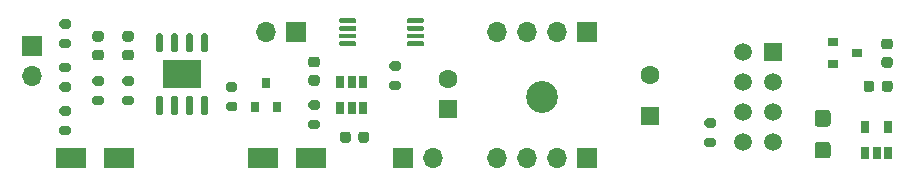
<source format=gts>
%TF.GenerationSoftware,KiCad,Pcbnew,5.1.8-5.1.8*%
%TF.CreationDate,2022-10-01T18:22:25+01:00*%
%TF.ProjectId,ESPower,4553506f-7765-4722-9e6b-696361645f70,rev?*%
%TF.SameCoordinates,Original*%
%TF.FileFunction,Soldermask,Top*%
%TF.FilePolarity,Negative*%
%FSLAX46Y46*%
G04 Gerber Fmt 4.6, Leading zero omitted, Abs format (unit mm)*
G04 Created by KiCad (PCBNEW 5.1.8-5.1.8) date 2022-10-01 18:22:25*
%MOMM*%
%LPD*%
G01*
G04 APERTURE LIST*
%ADD10R,2.500000X1.800000*%
%ADD11C,2.700000*%
%ADD12C,1.500000*%
%ADD13R,1.500000X1.500000*%
%ADD14R,0.900000X0.800000*%
%ADD15R,0.650000X1.060000*%
%ADD16R,3.200000X2.400000*%
%ADD17R,0.800000X0.900000*%
%ADD18R,1.700000X1.700000*%
%ADD19O,1.700000X1.700000*%
%ADD20C,1.600000*%
%ADD21R,1.600000X1.600000*%
G04 APERTURE END LIST*
D10*
X103664000Y-106807000D03*
X107664000Y-106807000D03*
X87408000Y-106807000D03*
X91408000Y-106807000D03*
D11*
X127254000Y-101600000D03*
G36*
G01*
X87143000Y-99524000D02*
X86593000Y-99524000D01*
G75*
G02*
X86393000Y-99324000I0J200000D01*
G01*
X86393000Y-98924000D01*
G75*
G02*
X86593000Y-98724000I200000J0D01*
G01*
X87143000Y-98724000D01*
G75*
G02*
X87343000Y-98924000I0J-200000D01*
G01*
X87343000Y-99324000D01*
G75*
G02*
X87143000Y-99524000I-200000J0D01*
G01*
G37*
G36*
G01*
X87143000Y-101174000D02*
X86593000Y-101174000D01*
G75*
G02*
X86393000Y-100974000I0J200000D01*
G01*
X86393000Y-100574000D01*
G75*
G02*
X86593000Y-100374000I200000J0D01*
G01*
X87143000Y-100374000D01*
G75*
G02*
X87343000Y-100574000I0J-200000D01*
G01*
X87343000Y-100974000D01*
G75*
G02*
X87143000Y-101174000I-200000J0D01*
G01*
G37*
D12*
X144272000Y-105410000D03*
X144272000Y-102870000D03*
X144272000Y-100330000D03*
X144272000Y-97790000D03*
D13*
X146812000Y-97790000D03*
D12*
X146812000Y-100330000D03*
X146812000Y-102870000D03*
X146812000Y-105410000D03*
D14*
X153908000Y-97917000D03*
X151908000Y-98867000D03*
X151908000Y-96967000D03*
D15*
X154625000Y-104183000D03*
X156525000Y-104183000D03*
X156525000Y-106383000D03*
X155575000Y-106383000D03*
X154625000Y-106383000D03*
X111125000Y-102573000D03*
X112075000Y-102573000D03*
X110175000Y-102573000D03*
X110175000Y-100373000D03*
X111125000Y-100373000D03*
X112075000Y-100373000D03*
D16*
X96774000Y-99695000D03*
G36*
G01*
X95019000Y-97845000D02*
X94719000Y-97845000D01*
G75*
G02*
X94569000Y-97695000I0J150000D01*
G01*
X94569000Y-96395000D01*
G75*
G02*
X94719000Y-96245000I150000J0D01*
G01*
X95019000Y-96245000D01*
G75*
G02*
X95169000Y-96395000I0J-150000D01*
G01*
X95169000Y-97695000D01*
G75*
G02*
X95019000Y-97845000I-150000J0D01*
G01*
G37*
G36*
G01*
X96289000Y-97845000D02*
X95989000Y-97845000D01*
G75*
G02*
X95839000Y-97695000I0J150000D01*
G01*
X95839000Y-96395000D01*
G75*
G02*
X95989000Y-96245000I150000J0D01*
G01*
X96289000Y-96245000D01*
G75*
G02*
X96439000Y-96395000I0J-150000D01*
G01*
X96439000Y-97695000D01*
G75*
G02*
X96289000Y-97845000I-150000J0D01*
G01*
G37*
G36*
G01*
X97559000Y-97845000D02*
X97259000Y-97845000D01*
G75*
G02*
X97109000Y-97695000I0J150000D01*
G01*
X97109000Y-96395000D01*
G75*
G02*
X97259000Y-96245000I150000J0D01*
G01*
X97559000Y-96245000D01*
G75*
G02*
X97709000Y-96395000I0J-150000D01*
G01*
X97709000Y-97695000D01*
G75*
G02*
X97559000Y-97845000I-150000J0D01*
G01*
G37*
G36*
G01*
X98829000Y-97845000D02*
X98529000Y-97845000D01*
G75*
G02*
X98379000Y-97695000I0J150000D01*
G01*
X98379000Y-96395000D01*
G75*
G02*
X98529000Y-96245000I150000J0D01*
G01*
X98829000Y-96245000D01*
G75*
G02*
X98979000Y-96395000I0J-150000D01*
G01*
X98979000Y-97695000D01*
G75*
G02*
X98829000Y-97845000I-150000J0D01*
G01*
G37*
G36*
G01*
X98829000Y-103145000D02*
X98529000Y-103145000D01*
G75*
G02*
X98379000Y-102995000I0J150000D01*
G01*
X98379000Y-101695000D01*
G75*
G02*
X98529000Y-101545000I150000J0D01*
G01*
X98829000Y-101545000D01*
G75*
G02*
X98979000Y-101695000I0J-150000D01*
G01*
X98979000Y-102995000D01*
G75*
G02*
X98829000Y-103145000I-150000J0D01*
G01*
G37*
G36*
G01*
X97559000Y-103145000D02*
X97259000Y-103145000D01*
G75*
G02*
X97109000Y-102995000I0J150000D01*
G01*
X97109000Y-101695000D01*
G75*
G02*
X97259000Y-101545000I150000J0D01*
G01*
X97559000Y-101545000D01*
G75*
G02*
X97709000Y-101695000I0J-150000D01*
G01*
X97709000Y-102995000D01*
G75*
G02*
X97559000Y-103145000I-150000J0D01*
G01*
G37*
G36*
G01*
X96289000Y-103145000D02*
X95989000Y-103145000D01*
G75*
G02*
X95839000Y-102995000I0J150000D01*
G01*
X95839000Y-101695000D01*
G75*
G02*
X95989000Y-101545000I150000J0D01*
G01*
X96289000Y-101545000D01*
G75*
G02*
X96439000Y-101695000I0J-150000D01*
G01*
X96439000Y-102995000D01*
G75*
G02*
X96289000Y-103145000I-150000J0D01*
G01*
G37*
G36*
G01*
X95019000Y-103145000D02*
X94719000Y-103145000D01*
G75*
G02*
X94569000Y-102995000I0J150000D01*
G01*
X94569000Y-101695000D01*
G75*
G02*
X94719000Y-101545000I150000J0D01*
G01*
X95019000Y-101545000D01*
G75*
G02*
X95169000Y-101695000I0J-150000D01*
G01*
X95169000Y-102995000D01*
G75*
G02*
X95019000Y-103145000I-150000J0D01*
G01*
G37*
G36*
G01*
X141753000Y-104223000D02*
X141203000Y-104223000D01*
G75*
G02*
X141003000Y-104023000I0J200000D01*
G01*
X141003000Y-103623000D01*
G75*
G02*
X141203000Y-103423000I200000J0D01*
G01*
X141753000Y-103423000D01*
G75*
G02*
X141953000Y-103623000I0J-200000D01*
G01*
X141953000Y-104023000D01*
G75*
G02*
X141753000Y-104223000I-200000J0D01*
G01*
G37*
G36*
G01*
X141753000Y-105873000D02*
X141203000Y-105873000D01*
G75*
G02*
X141003000Y-105673000I0J200000D01*
G01*
X141003000Y-105273000D01*
G75*
G02*
X141203000Y-105073000I200000J0D01*
G01*
X141753000Y-105073000D01*
G75*
G02*
X141953000Y-105273000I0J-200000D01*
G01*
X141953000Y-105673000D01*
G75*
G02*
X141753000Y-105873000I-200000J0D01*
G01*
G37*
G36*
G01*
X107675000Y-103549000D02*
X108225000Y-103549000D01*
G75*
G02*
X108425000Y-103749000I0J-200000D01*
G01*
X108425000Y-104149000D01*
G75*
G02*
X108225000Y-104349000I-200000J0D01*
G01*
X107675000Y-104349000D01*
G75*
G02*
X107475000Y-104149000I0J200000D01*
G01*
X107475000Y-103749000D01*
G75*
G02*
X107675000Y-103549000I200000J0D01*
G01*
G37*
G36*
G01*
X107675000Y-101899000D02*
X108225000Y-101899000D01*
G75*
G02*
X108425000Y-102099000I0J-200000D01*
G01*
X108425000Y-102499000D01*
G75*
G02*
X108225000Y-102699000I-200000J0D01*
G01*
X107675000Y-102699000D01*
G75*
G02*
X107475000Y-102499000I0J200000D01*
G01*
X107475000Y-102099000D01*
G75*
G02*
X107675000Y-101899000I200000J0D01*
G01*
G37*
G36*
G01*
X87143000Y-95841000D02*
X86593000Y-95841000D01*
G75*
G02*
X86393000Y-95641000I0J200000D01*
G01*
X86393000Y-95241000D01*
G75*
G02*
X86593000Y-95041000I200000J0D01*
G01*
X87143000Y-95041000D01*
G75*
G02*
X87343000Y-95241000I0J-200000D01*
G01*
X87343000Y-95641000D01*
G75*
G02*
X87143000Y-95841000I-200000J0D01*
G01*
G37*
G36*
G01*
X87143000Y-97491000D02*
X86593000Y-97491000D01*
G75*
G02*
X86393000Y-97291000I0J200000D01*
G01*
X86393000Y-96891000D01*
G75*
G02*
X86593000Y-96691000I200000J0D01*
G01*
X87143000Y-96691000D01*
G75*
G02*
X87343000Y-96891000I0J-200000D01*
G01*
X87343000Y-97291000D01*
G75*
G02*
X87143000Y-97491000I-200000J0D01*
G01*
G37*
G36*
G01*
X87143000Y-103207000D02*
X86593000Y-103207000D01*
G75*
G02*
X86393000Y-103007000I0J200000D01*
G01*
X86393000Y-102607000D01*
G75*
G02*
X86593000Y-102407000I200000J0D01*
G01*
X87143000Y-102407000D01*
G75*
G02*
X87343000Y-102607000I0J-200000D01*
G01*
X87343000Y-103007000D01*
G75*
G02*
X87143000Y-103207000I-200000J0D01*
G01*
G37*
G36*
G01*
X87143000Y-104857000D02*
X86593000Y-104857000D01*
G75*
G02*
X86393000Y-104657000I0J200000D01*
G01*
X86393000Y-104257000D01*
G75*
G02*
X86593000Y-104057000I200000J0D01*
G01*
X87143000Y-104057000D01*
G75*
G02*
X87343000Y-104257000I0J-200000D01*
G01*
X87343000Y-104657000D01*
G75*
G02*
X87143000Y-104857000I-200000J0D01*
G01*
G37*
G36*
G01*
X92477000Y-100667000D02*
X91927000Y-100667000D01*
G75*
G02*
X91727000Y-100467000I0J200000D01*
G01*
X91727000Y-100067000D01*
G75*
G02*
X91927000Y-99867000I200000J0D01*
G01*
X92477000Y-99867000D01*
G75*
G02*
X92677000Y-100067000I0J-200000D01*
G01*
X92677000Y-100467000D01*
G75*
G02*
X92477000Y-100667000I-200000J0D01*
G01*
G37*
G36*
G01*
X92477000Y-102317000D02*
X91927000Y-102317000D01*
G75*
G02*
X91727000Y-102117000I0J200000D01*
G01*
X91727000Y-101717000D01*
G75*
G02*
X91927000Y-101517000I200000J0D01*
G01*
X92477000Y-101517000D01*
G75*
G02*
X92677000Y-101717000I0J-200000D01*
G01*
X92677000Y-102117000D01*
G75*
G02*
X92477000Y-102317000I-200000J0D01*
G01*
G37*
G36*
G01*
X89937000Y-100667000D02*
X89387000Y-100667000D01*
G75*
G02*
X89187000Y-100467000I0J200000D01*
G01*
X89187000Y-100067000D01*
G75*
G02*
X89387000Y-99867000I200000J0D01*
G01*
X89937000Y-99867000D01*
G75*
G02*
X90137000Y-100067000I0J-200000D01*
G01*
X90137000Y-100467000D01*
G75*
G02*
X89937000Y-100667000I-200000J0D01*
G01*
G37*
G36*
G01*
X89937000Y-102317000D02*
X89387000Y-102317000D01*
G75*
G02*
X89187000Y-102117000I0J200000D01*
G01*
X89187000Y-101717000D01*
G75*
G02*
X89387000Y-101517000I200000J0D01*
G01*
X89937000Y-101517000D01*
G75*
G02*
X90137000Y-101717000I0J-200000D01*
G01*
X90137000Y-102117000D01*
G75*
G02*
X89937000Y-102317000I-200000J0D01*
G01*
G37*
G36*
G01*
X114533000Y-100247000D02*
X115083000Y-100247000D01*
G75*
G02*
X115283000Y-100447000I0J-200000D01*
G01*
X115283000Y-100847000D01*
G75*
G02*
X115083000Y-101047000I-200000J0D01*
G01*
X114533000Y-101047000D01*
G75*
G02*
X114333000Y-100847000I0J200000D01*
G01*
X114333000Y-100447000D01*
G75*
G02*
X114533000Y-100247000I200000J0D01*
G01*
G37*
G36*
G01*
X114533000Y-98597000D02*
X115083000Y-98597000D01*
G75*
G02*
X115283000Y-98797000I0J-200000D01*
G01*
X115283000Y-99197000D01*
G75*
G02*
X115083000Y-99397000I-200000J0D01*
G01*
X114533000Y-99397000D01*
G75*
G02*
X114333000Y-99197000I0J200000D01*
G01*
X114333000Y-98797000D01*
G75*
G02*
X114533000Y-98597000I200000J0D01*
G01*
G37*
G36*
G01*
X101240000Y-101175000D02*
X100690000Y-101175000D01*
G75*
G02*
X100490000Y-100975000I0J200000D01*
G01*
X100490000Y-100575000D01*
G75*
G02*
X100690000Y-100375000I200000J0D01*
G01*
X101240000Y-100375000D01*
G75*
G02*
X101440000Y-100575000I0J-200000D01*
G01*
X101440000Y-100975000D01*
G75*
G02*
X101240000Y-101175000I-200000J0D01*
G01*
G37*
G36*
G01*
X101240000Y-102825000D02*
X100690000Y-102825000D01*
G75*
G02*
X100490000Y-102625000I0J200000D01*
G01*
X100490000Y-102225000D01*
G75*
G02*
X100690000Y-102025000I200000J0D01*
G01*
X101240000Y-102025000D01*
G75*
G02*
X101440000Y-102225000I0J-200000D01*
G01*
X101440000Y-102625000D01*
G75*
G02*
X101240000Y-102825000I-200000J0D01*
G01*
G37*
G36*
G01*
X115790000Y-95264000D02*
X115790000Y-95064000D01*
G75*
G02*
X115890000Y-94964000I100000J0D01*
G01*
X117165000Y-94964000D01*
G75*
G02*
X117265000Y-95064000I0J-100000D01*
G01*
X117265000Y-95264000D01*
G75*
G02*
X117165000Y-95364000I-100000J0D01*
G01*
X115890000Y-95364000D01*
G75*
G02*
X115790000Y-95264000I0J100000D01*
G01*
G37*
G36*
G01*
X115790000Y-95914000D02*
X115790000Y-95714000D01*
G75*
G02*
X115890000Y-95614000I100000J0D01*
G01*
X117165000Y-95614000D01*
G75*
G02*
X117265000Y-95714000I0J-100000D01*
G01*
X117265000Y-95914000D01*
G75*
G02*
X117165000Y-96014000I-100000J0D01*
G01*
X115890000Y-96014000D01*
G75*
G02*
X115790000Y-95914000I0J100000D01*
G01*
G37*
G36*
G01*
X115790000Y-96564000D02*
X115790000Y-96364000D01*
G75*
G02*
X115890000Y-96264000I100000J0D01*
G01*
X117165000Y-96264000D01*
G75*
G02*
X117265000Y-96364000I0J-100000D01*
G01*
X117265000Y-96564000D01*
G75*
G02*
X117165000Y-96664000I-100000J0D01*
G01*
X115890000Y-96664000D01*
G75*
G02*
X115790000Y-96564000I0J100000D01*
G01*
G37*
G36*
G01*
X115790000Y-97214000D02*
X115790000Y-97014000D01*
G75*
G02*
X115890000Y-96914000I100000J0D01*
G01*
X117165000Y-96914000D01*
G75*
G02*
X117265000Y-97014000I0J-100000D01*
G01*
X117265000Y-97214000D01*
G75*
G02*
X117165000Y-97314000I-100000J0D01*
G01*
X115890000Y-97314000D01*
G75*
G02*
X115790000Y-97214000I0J100000D01*
G01*
G37*
G36*
G01*
X110065000Y-97214000D02*
X110065000Y-97014000D01*
G75*
G02*
X110165000Y-96914000I100000J0D01*
G01*
X111440000Y-96914000D01*
G75*
G02*
X111540000Y-97014000I0J-100000D01*
G01*
X111540000Y-97214000D01*
G75*
G02*
X111440000Y-97314000I-100000J0D01*
G01*
X110165000Y-97314000D01*
G75*
G02*
X110065000Y-97214000I0J100000D01*
G01*
G37*
G36*
G01*
X110065000Y-96564000D02*
X110065000Y-96364000D01*
G75*
G02*
X110165000Y-96264000I100000J0D01*
G01*
X111440000Y-96264000D01*
G75*
G02*
X111540000Y-96364000I0J-100000D01*
G01*
X111540000Y-96564000D01*
G75*
G02*
X111440000Y-96664000I-100000J0D01*
G01*
X110165000Y-96664000D01*
G75*
G02*
X110065000Y-96564000I0J100000D01*
G01*
G37*
G36*
G01*
X110065000Y-95914000D02*
X110065000Y-95714000D01*
G75*
G02*
X110165000Y-95614000I100000J0D01*
G01*
X111440000Y-95614000D01*
G75*
G02*
X111540000Y-95714000I0J-100000D01*
G01*
X111540000Y-95914000D01*
G75*
G02*
X111440000Y-96014000I-100000J0D01*
G01*
X110165000Y-96014000D01*
G75*
G02*
X110065000Y-95914000I0J100000D01*
G01*
G37*
G36*
G01*
X110065000Y-95264000D02*
X110065000Y-95064000D01*
G75*
G02*
X110165000Y-94964000I100000J0D01*
G01*
X111440000Y-94964000D01*
G75*
G02*
X111540000Y-95064000I0J-100000D01*
G01*
X111540000Y-95264000D01*
G75*
G02*
X111440000Y-95364000I-100000J0D01*
G01*
X110165000Y-95364000D01*
G75*
G02*
X110065000Y-95264000I0J100000D01*
G01*
G37*
D17*
X103886000Y-100473000D03*
X104836000Y-102473000D03*
X102936000Y-102473000D03*
D18*
X131064000Y-96139000D03*
D19*
X128524000Y-96139000D03*
X125984000Y-96139000D03*
X123444000Y-96139000D03*
D18*
X106401000Y-96139000D03*
D19*
X103861000Y-96139000D03*
D18*
X131039000Y-106807000D03*
D19*
X128499000Y-106807000D03*
X125959000Y-106807000D03*
X123419000Y-106807000D03*
D18*
X115443000Y-106807000D03*
D19*
X117983000Y-106807000D03*
X84074000Y-99822000D03*
D18*
X84074000Y-97282000D03*
G36*
G01*
X91945750Y-97632000D02*
X92458250Y-97632000D01*
G75*
G02*
X92677000Y-97850750I0J-218750D01*
G01*
X92677000Y-98288250D01*
G75*
G02*
X92458250Y-98507000I-218750J0D01*
G01*
X91945750Y-98507000D01*
G75*
G02*
X91727000Y-98288250I0J218750D01*
G01*
X91727000Y-97850750D01*
G75*
G02*
X91945750Y-97632000I218750J0D01*
G01*
G37*
G36*
G01*
X91945750Y-96057000D02*
X92458250Y-96057000D01*
G75*
G02*
X92677000Y-96275750I0J-218750D01*
G01*
X92677000Y-96713250D01*
G75*
G02*
X92458250Y-96932000I-218750J0D01*
G01*
X91945750Y-96932000D01*
G75*
G02*
X91727000Y-96713250I0J218750D01*
G01*
X91727000Y-96275750D01*
G75*
G02*
X91945750Y-96057000I218750J0D01*
G01*
G37*
G36*
G01*
X89405750Y-97632000D02*
X89918250Y-97632000D01*
G75*
G02*
X90137000Y-97850750I0J-218750D01*
G01*
X90137000Y-98288250D01*
G75*
G02*
X89918250Y-98507000I-218750J0D01*
G01*
X89405750Y-98507000D01*
G75*
G02*
X89187000Y-98288250I0J218750D01*
G01*
X89187000Y-97850750D01*
G75*
G02*
X89405750Y-97632000I218750J0D01*
G01*
G37*
G36*
G01*
X89405750Y-96057000D02*
X89918250Y-96057000D01*
G75*
G02*
X90137000Y-96275750I0J-218750D01*
G01*
X90137000Y-96713250D01*
G75*
G02*
X89918250Y-96932000I-218750J0D01*
G01*
X89405750Y-96932000D01*
G75*
G02*
X89187000Y-96713250I0J218750D01*
G01*
X89187000Y-96275750D01*
G75*
G02*
X89405750Y-96057000I218750J0D01*
G01*
G37*
D20*
X136398000Y-99751000D03*
D21*
X136398000Y-103251000D03*
G36*
G01*
X156714000Y-97592000D02*
X156214000Y-97592000D01*
G75*
G02*
X155989000Y-97367000I0J225000D01*
G01*
X155989000Y-96917000D01*
G75*
G02*
X156214000Y-96692000I225000J0D01*
G01*
X156714000Y-96692000D01*
G75*
G02*
X156939000Y-96917000I0J-225000D01*
G01*
X156939000Y-97367000D01*
G75*
G02*
X156714000Y-97592000I-225000J0D01*
G01*
G37*
G36*
G01*
X156714000Y-99142000D02*
X156214000Y-99142000D01*
G75*
G02*
X155989000Y-98917000I0J225000D01*
G01*
X155989000Y-98467000D01*
G75*
G02*
X156214000Y-98242000I225000J0D01*
G01*
X156714000Y-98242000D01*
G75*
G02*
X156939000Y-98467000I0J-225000D01*
G01*
X156939000Y-98917000D01*
G75*
G02*
X156714000Y-99142000I-225000J0D01*
G01*
G37*
G36*
G01*
X108200000Y-99116000D02*
X107700000Y-99116000D01*
G75*
G02*
X107475000Y-98891000I0J225000D01*
G01*
X107475000Y-98441000D01*
G75*
G02*
X107700000Y-98216000I225000J0D01*
G01*
X108200000Y-98216000D01*
G75*
G02*
X108425000Y-98441000I0J-225000D01*
G01*
X108425000Y-98891000D01*
G75*
G02*
X108200000Y-99116000I-225000J0D01*
G01*
G37*
G36*
G01*
X108200000Y-100666000D02*
X107700000Y-100666000D01*
G75*
G02*
X107475000Y-100441000I0J225000D01*
G01*
X107475000Y-99991000D01*
G75*
G02*
X107700000Y-99766000I225000J0D01*
G01*
X108200000Y-99766000D01*
G75*
G02*
X108425000Y-99991000I0J-225000D01*
G01*
X108425000Y-100441000D01*
G75*
G02*
X108200000Y-100666000I-225000J0D01*
G01*
G37*
G36*
G01*
X111704000Y-105279000D02*
X111704000Y-104779000D01*
G75*
G02*
X111929000Y-104554000I225000J0D01*
G01*
X112379000Y-104554000D01*
G75*
G02*
X112604000Y-104779000I0J-225000D01*
G01*
X112604000Y-105279000D01*
G75*
G02*
X112379000Y-105504000I-225000J0D01*
G01*
X111929000Y-105504000D01*
G75*
G02*
X111704000Y-105279000I0J225000D01*
G01*
G37*
G36*
G01*
X110154000Y-105279000D02*
X110154000Y-104779000D01*
G75*
G02*
X110379000Y-104554000I225000J0D01*
G01*
X110829000Y-104554000D01*
G75*
G02*
X111054000Y-104779000I0J-225000D01*
G01*
X111054000Y-105279000D01*
G75*
G02*
X110829000Y-105504000I-225000J0D01*
G01*
X110379000Y-105504000D01*
G75*
G02*
X110154000Y-105279000I0J225000D01*
G01*
G37*
G36*
G01*
X151428001Y-104125000D02*
X150577999Y-104125000D01*
G75*
G02*
X150328000Y-103875001I0J249999D01*
G01*
X150328000Y-102974999D01*
G75*
G02*
X150577999Y-102725000I249999J0D01*
G01*
X151428001Y-102725000D01*
G75*
G02*
X151678000Y-102974999I0J-249999D01*
G01*
X151678000Y-103875001D01*
G75*
G02*
X151428001Y-104125000I-249999J0D01*
G01*
G37*
G36*
G01*
X151428001Y-106825000D02*
X150577999Y-106825000D01*
G75*
G02*
X150328000Y-106575001I0J249999D01*
G01*
X150328000Y-105674999D01*
G75*
G02*
X150577999Y-105425000I249999J0D01*
G01*
X151428001Y-105425000D01*
G75*
G02*
X151678000Y-105674999I0J-249999D01*
G01*
X151678000Y-106575001D01*
G75*
G02*
X151428001Y-106825000I-249999J0D01*
G01*
G37*
G36*
G01*
X155377000Y-100461000D02*
X155377000Y-100961000D01*
G75*
G02*
X155152000Y-101186000I-225000J0D01*
G01*
X154702000Y-101186000D01*
G75*
G02*
X154477000Y-100961000I0J225000D01*
G01*
X154477000Y-100461000D01*
G75*
G02*
X154702000Y-100236000I225000J0D01*
G01*
X155152000Y-100236000D01*
G75*
G02*
X155377000Y-100461000I0J-225000D01*
G01*
G37*
G36*
G01*
X156927000Y-100461000D02*
X156927000Y-100961000D01*
G75*
G02*
X156702000Y-101186000I-225000J0D01*
G01*
X156252000Y-101186000D01*
G75*
G02*
X156027000Y-100961000I0J225000D01*
G01*
X156027000Y-100461000D01*
G75*
G02*
X156252000Y-100236000I225000J0D01*
G01*
X156702000Y-100236000D01*
G75*
G02*
X156927000Y-100461000I0J-225000D01*
G01*
G37*
D20*
X119253000Y-100116000D03*
D21*
X119253000Y-102616000D03*
M02*

</source>
